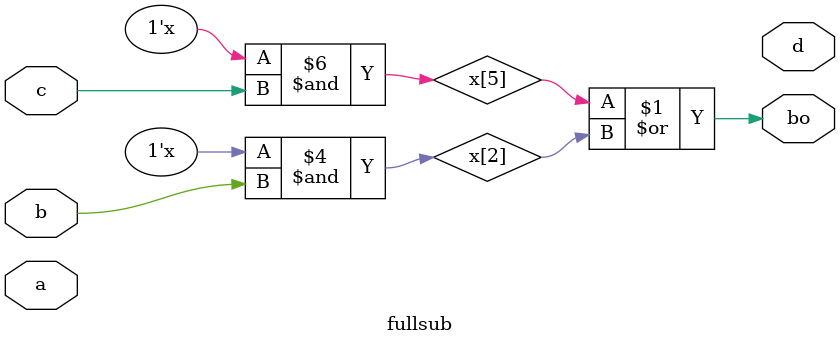
<source format=v>
module fullsub(
    input a,b,c,
    output d,bo
    );
wire x[5:0];	 
xor x1(x[0],a,b);
not n1(x[1],a);
and a1(x[2],x[1],b);
xor x2(x[3],x[0],c);
not n2(x[4],x[0]);
and a2(x[5],x[4],c);
or o1(bo,x[5],x[2]);
endmodule


</source>
